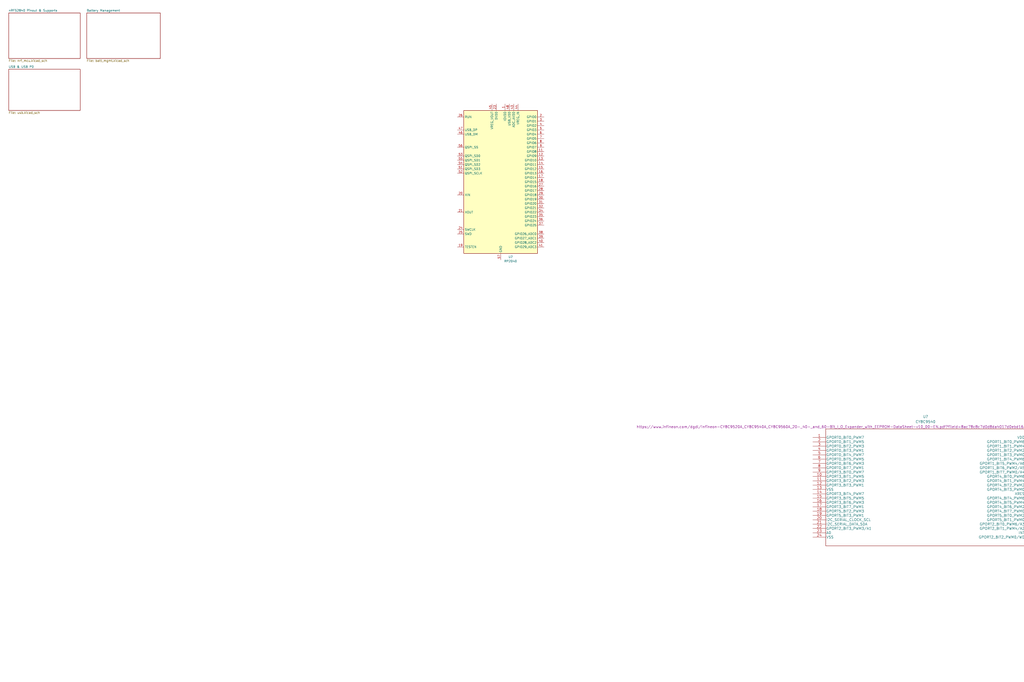
<source format=kicad_sch>
(kicad_sch (version 20211123) (generator eeschema)
  (paper "User" 599.999 399.999)
  (title_block (title "Keyboard") (date "2022-09-11") (rev "4.0.0") (company "Hein & Micl"))
  (lib_symbols
    (symbol "1.Logic.IO_Expanders:CY8C9540" (pin_names (offset 0.254))
      (property "Reference" "U" (at 66.04 10.16 0))
      (property "Value" "CY8C9540" (at 66.04 7.62 0))
      (property "Datasheet" "https://www.infineon.com/dgdl/Infineon-CY8C9520A_CY8C9540A_CY8C9560A_20-_40-_and_60-Bit_I_O_Expander_with_EEPROM-DataSheet-v10_00-EN.pdf?fileId=8ac78c8c7d0d8da4017d0ebd16ae2f29&utm_source=cypress&utm_medium=referral&utm_campaign=202110_globe_en_all_integr" (at 0 0 0))
      (symbol "CY8C9540_1_1"
        (polyline (pts (xy 7.62 -63.5) (xy 124.46 -63.5)) (stroke (width 0.2032)))
        (polyline (pts (xy 7.62 5.08) (xy 7.62 -63.5)) (stroke (width 0.2032)))
        (polyline (pts (xy 124.46 -63.5) (xy 124.46 5.08)) (stroke (width 0.2032)))
        (polyline (pts (xy 124.46 5.08) (xy 7.62 5.08)) (stroke (width 0.2032)))
        (pin unspecified line (at 0 0 0) (length 7.62) (name "GPORT0_BIT0_PWM7") (number "1"))
        (pin unspecified line (at 0 -22.86 0) (length 7.62) (name "GPORT3_BIT1_PWM5") (number "10"))
        (pin unspecified line (at 0 -25.4 0) (length 7.62) (name "GPORT3_BIT2_PWM3") (number "11"))
        (pin unspecified line (at 0 -27.94 0) (length 7.62) (name "GPORT3_BIT3_PWM1") (number "12"))
        (pin power_in line (at 0 -30.48 0) (length 7.62) (name "VSS") (number "13"))
        (pin unspecified line (at 0 -33.02 0) (length 7.62) (name "GPORT3_BIT4_PWM7") (number "14"))
        (pin unspecified line (at 0 -35.56 0) (length 7.62) (name "GPORT3_BIT5_PWM5") (number "15"))
        (pin unspecified line (at 0 -38.1 0) (length 7.62) (name "GPORT3_BIT6_PWM3") (number "16"))
        (pin unspecified line (at 0 -40.64 0) (length 7.62) (name "GPORT3_BIT7_PWM1") (number "17"))
        (pin unspecified line (at 0 -43.18 0) (length 7.62) (name "GPORT5_BIT2_PWM3") (number "18"))
        (pin unspecified line (at 0 -45.72 0) (length 7.62) (name "GPORT5_BIT3_PWM1") (number "19"))
        (pin unspecified line (at 0 -2.54 0) (length 7.62) (name "GPORT0_BIT1_PWM5") (number "2"))
        (pin unspecified line (at 0 -48.26 0) (length 7.62) (name "I2C_SERIAL_CLOCK_SCL") (number "20"))
        (pin unspecified line (at 0 -50.8 0) (length 7.62) (name "I2C_SERIAL_DATA_SDA") (number "21"))
        (pin unspecified line (at 0 -53.34 0) (length 7.62) (name "GPORT2_BIT3_PWM3/A1") (number "22"))
        (pin unspecified line (at 0 -55.88 0) (length 7.62) (name "A0") (number "23"))
        (pin power_in line (at 0 -58.42 0) (length 7.62) (name "VSS") (number "24"))
        (pin unspecified line (at 132.08 -58.42 180) (length 7.62) (name "GPORT2_BIT2_PWM0/WD") (number "25"))
        (pin unspecified line (at 132.08 -55.88 180) (length 7.62) (name "INT") (number "26"))
        (pin unspecified line (at 132.08 -53.34 180) (length 7.62) (name "GPORT2_BIT1_PWM4/A2") (number "27"))
        (pin unspecified line (at 132.08 -50.8 180) (length 7.62) (name "GPORT2_BIT0_PWM6/A3") (number "28"))
        (pin unspecified line (at 132.08 -48.26 180) (length 7.62) (name "GPORT5_BIT1_PWM0") (number "29"))
        (pin unspecified line (at 0 -5.08 0) (length 7.62) (name "GPORT0_BIT2_PWM3") (number "3"))
        (pin unspecified line (at 132.08 -45.72 180) (length 7.62) (name "GPORT5_BIT0_PWM2") (number "30"))
        (pin unspecified line (at 132.08 -43.18 180) (length 7.62) (name "GPORT4_BIT7_PWM0") (number "31"))
        (pin unspecified line (at 132.08 -40.64 180) (length 7.62) (name "GPORT4_BIT6_PWM2") (number "32"))
        (pin unspecified line (at 132.08 -38.1 180) (length 7.62) (name "GPORT4_BIT5_PWM4") (number "33"))
        (pin unspecified line (at 132.08 -35.56 180) (length 7.62) (name "GPORT4_BIT4_PWM6") (number "34"))
        (pin unspecified line (at 132.08 -33.02 180) (length 7.62) (name "XRES") (number "35"))
        (pin unspecified line (at 132.08 -30.48 180) (length 7.62) (name "GPORT4_BIT3_PWM0") (number "36"))
        (pin unspecified line (at 132.08 -27.94 180) (length 7.62) (name "GPORT4_BIT2_PWM2") (number "37"))
        (pin unspecified line (at 132.08 -25.4 180) (length 7.62) (name "GPORT4_BIT1_PWM4") (number "38"))
        (pin unspecified line (at 132.08 -22.86 180) (length 7.62) (name "GPORT4_BIT0_PWM6") (number "39"))
        (pin unspecified line (at 0 -7.62 0) (length 7.62) (name "GPORT0_BIT3_PWM1") (number "4"))
        (pin unspecified line (at 132.08 -20.32 180) (length 7.62) (name "GPORT1_BIT7_PWM0/A4") (number "40"))
        (pin unspecified line (at 132.08 -17.78 180) (length 7.62) (name "GPORT1_BIT6_PWM2/A5") (number "41"))
        (pin unspecified line (at 132.08 -15.24 180) (length 7.62) (name "GPORT1_BIT5_PWM4/A6") (number "42"))
        (pin unspecified line (at 132.08 -12.7 180) (length 7.62) (name "GPORT1_BIT4_PWM6") (number "43"))
        (pin unspecified line (at 132.08 -10.16 180) (length 7.62) (name "GPORT1_BIT3_PWM0") (number "44"))
        (pin unspecified line (at 132.08 -7.62 180) (length 7.62) (name "GPORT1_BIT2_PWM2") (number "45"))
        (pin unspecified line (at 132.08 -5.08 180) (length 7.62) (name "GPORT1_BIT1_PWM4") (number "46"))
        (pin unspecified line (at 132.08 -2.54 180) (length 7.62) (name "GPORT1_BIT0_PWM6") (number "47"))
        (pin power_in line (at 132.08 0 180) (length 7.62) (name "VDD") (number "48"))
        (pin unspecified line (at 0 -10.16 0) (length 7.62) (name "GPORT0_BIT4_PWM7") (number "5"))
        (pin unspecified line (at 0 -12.7 0) (length 7.62) (name "GPORT0_BIT5_PWM5") (number "6"))
        (pin unspecified line (at 0 -15.24 0) (length 7.62) (name "GPORT0_BIT6_PWM3") (number "7"))
        (pin unspecified line (at 0 -17.78 0) (length 7.62) (name "GPORT0_BIT7_PWM1") (number "8"))
        (pin unspecified line (at 0 -20.32 0) (length 7.62) (name "GPORT3_BIT0_PWM7") (number "9"))
      )
    )
    (symbol "MCU_RaspberryPi:RP2040"
      (property "Reference" "U" (at 17.78 45.72 0))
      (property "Value" "RP2040" (at 17.78 43.18 0))
      (symbol "RP2040_0_1"
        (rectangle (start -21.59 41.91) (end 21.59 -41.91) (stroke (width 0.254)) (fill (type background)))
      )
      (symbol "RP2040_1_1"
        (pin power_in line (at 2.54 45.72 270) (length 3.81) (name "IOVDD") (number "1"))
        (pin passive line (at 2.54 45.72 270) (length 3.81) hide (name "IOVDD") (number "10"))
        (pin bidirectional line (at 25.4 17.78 180) (length 3.81) (name "GPIO8") (number "11"))
        (pin bidirectional line (at 25.4 15.24 180) (length 3.81) (name "GPIO9") (number "12"))
        (pin bidirectional line (at 25.4 12.7 180) (length 3.81) (name "GPIO10") (number "13"))
        (pin bidirectional line (at 25.4 10.16 180) (length 3.81) (name "GPIO11") (number "14"))
        (pin bidirectional line (at 25.4 7.62 180) (length 3.81) (name "GPIO12") (number "15"))
        (pin bidirectional line (at 25.4 5.08 180) (length 3.81) (name "GPIO13") (number "16"))
        (pin bidirectional line (at 25.4 2.54 180) (length 3.81) (name "GPIO14") (number "17"))
        (pin bidirectional line (at 25.4 0 180) (length 3.81) (name "GPIO15") (number "18"))
        (pin input line (at -25.4 -38.1 0) (length 3.81) (name "TESTEN") (number "19"))
        (pin bidirectional line (at 25.4 38.1 180) (length 3.81) (name "GPIO0") (number "2"))
        (pin input line (at -25.4 -7.62 0) (length 3.81) (name "XIN") (number "20"))
        (pin passive line (at -25.4 -17.78 0) (length 3.81) (name "XOUT") (number "21"))
        (pin passive line (at 2.54 45.72 270) (length 3.81) hide (name "IOVDD") (number "22"))
        (pin power_in line (at -2.54 45.72 270) (length 3.81) (name "DVDD") (number "23"))
        (pin output line (at -25.4 -27.94 0) (length 3.81) (name "SWCLK") (number "24"))
        (pin bidirectional line (at -25.4 -30.48 0) (length 3.81) (name "SWD") (number "25"))
        (pin input line (at -25.4 38.1 0) (length 3.81) (name "RUN") (number "26"))
        (pin bidirectional line (at 25.4 -2.54 180) (length 3.81) (name "GPIO16") (number "27"))
        (pin bidirectional line (at 25.4 -5.08 180) (length 3.81) (name "GPIO17") (number "28"))
        (pin bidirectional line (at 25.4 -7.62 180) (length 3.81) (name "GPIO18") (number "29"))
        (pin bidirectional line (at 25.4 35.56 180) (length 3.81) (name "GPIO1") (number "3"))
        (pin bidirectional line (at 25.4 -10.16 180) (length 3.81) (name "GPIO19") (number "30"))
        (pin bidirectional line (at 25.4 -12.7 180) (length 3.81) (name "GPIO20") (number "31"))
        (pin bidirectional line (at 25.4 -15.24 180) (length 3.81) (name "GPIO21") (number "32"))
        (pin passive line (at 2.54 45.72 270) (length 3.81) hide (name "IOVDD") (number "33"))
        (pin bidirectional line (at 25.4 -17.78 180) (length 3.81) (name "GPIO22") (number "34"))
        (pin bidirectional line (at 25.4 -20.32 180) (length 3.81) (name "GPIO23") (number "35"))
        (pin bidirectional line (at 25.4 -22.86 180) (length 3.81) (name "GPIO24") (number "36"))
        (pin bidirectional line (at 25.4 -25.4 180) (length 3.81) (name "GPIO25") (number "37"))
        (pin bidirectional line (at 25.4 -30.48 180) (length 3.81) (name "GPIO26_ADC0") (number "38"))
        (pin bidirectional line (at 25.4 -33.02 180) (length 3.81) (name "GPIO27_ADC1") (number "39"))
        (pin bidirectional line (at 25.4 33.02 180) (length 3.81) (name "GPIO2") (number "4"))
        (pin bidirectional line (at 25.4 -35.56 180) (length 3.81) (name "GPIO28_ADC2") (number "40"))
        (pin bidirectional line (at 25.4 -38.1 180) (length 3.81) (name "GPIO29_ADC3") (number "41"))
        (pin passive line (at 2.54 45.72 270) (length 3.81) hide (name "IOVDD") (number "42"))
        (pin power_in line (at 7.62 45.72 270) (length 3.81) (name "ADC_AVDD") (number "43"))
        (pin power_in line (at 10.16 45.72 270) (length 3.81) (name "VREG_IN") (number "44"))
        (pin power_out line (at -5.08 45.72 270) (length 3.81) (name "VREG_VOUT") (number "45"))
        (pin bidirectional line (at -25.4 27.94 0) (length 3.81) (name "USB_DM") (number "46"))
        (pin bidirectional line (at -25.4 30.48 0) (length 3.81) (name "USB_DP") (number "47"))
        (pin power_in line (at 5.08 45.72 270) (length 3.81) (name "USB_VDD") (number "48"))
        (pin passive line (at 2.54 45.72 270) (length 3.81) hide (name "IOVDD") (number "49"))
        (pin bidirectional line (at 25.4 30.48 180) (length 3.81) (name "GPIO3") (number "5"))
        (pin passive line (at -2.54 45.72 270) (length 3.81) hide (name "DVDD") (number "50"))
        (pin bidirectional line (at -25.4 7.62 0) (length 3.81) (name "QSPI_SD3") (number "51"))
        (pin output line (at -25.4 5.08 0) (length 3.81) (name "QSPI_SCLK") (number "52"))
        (pin bidirectional line (at -25.4 15.24 0) (length 3.81) (name "QSPI_SD0") (number "53"))
        (pin bidirectional line (at -25.4 10.16 0) (length 3.81) (name "QSPI_SD2") (number "54"))
        (pin bidirectional line (at -25.4 12.7 0) (length 3.81) (name "QSPI_SD1") (number "55"))
        (pin bidirectional line (at -25.4 20.32 0) (length 3.81) (name "QSPI_SS") (number "56"))
        (pin power_in line (at 0 -45.72 90) (length 3.81) (name "GND") (number "57"))
        (pin bidirectional line (at 25.4 27.94 180) (length 3.81) (name "GPIO4") (number "6"))
        (pin bidirectional line (at 25.4 25.4 180) (length 3.81) (name "GPIO5") (number "7"))
        (pin bidirectional line (at 25.4 22.86 180) (length 3.81) (name "GPIO6") (number "8"))
        (pin bidirectional line (at 25.4 20.32 180) (length 3.81) (name "GPIO7") (number "9"))
      )
    )
  )
  (symbol (lib_id "1.Logic.IO_Expanders:CY8C9540") (at 476.25 256.54 0) (unit 1)
    (property "Reference" "U?" (at 542.29 244.2809 0) (effects (font (size 1.524 1.524))))
    (property "Value" "CY8C9540" (at 542.29 247.2743 0) (effects (font (size 1.524 1.524))))
    (property "Footprint" "1.Logic.IO_Expanders:CY8C9540A-24PVXI" (effects hide))
    (property "Datasheet" "https://www.infineon.com/dgdl/Infineon-CY8C9520A_CY8C9540A_CY8C9560A_20-_40-_and_60-Bit_I_O_Expander_with_EEPROM-DataSheet-v10_00-EN.pdf?fileId=8ac78c8c7d0d8da4017d0ebd16ae2f29&utm_source=cypress&utm_medium=referral&utm_campaign=202110_globe_en_all_integr" (at 542.29 250.2677 0) (effects (font (size 1.524 1.524))))
  )
  (symbol (lib_id "MCU_RaspberryPi:RP2040") (at 293.37 106.68 0) (unit 1)
    (property "Reference" "U?" (at 299.1578 150.6204 0))
    (property "Value" "RP2040" (at 299.1578 153.1573 0))
    (property "Footprint" "Package_DFN_QFN:QFN-56-1EP_7x7mm_P0.4mm_EP3.2x3.2mm" (effects hide))
    (property "Datasheet" "https://datasheets.raspberrypi.com/rp2040/rp2040-datasheet.pdf" (effects hide))
  )
  (sheet (at 50.8 7.62) (size 43.18 26.67) (stroke (width 0.1524))
    (property "Sheet name" "Battery Management" (at 50.8 6.9084 0) (effects (justify left bottom)))
    (property "Sheet file" "batt_mgmt.kicad_sch" (at 50.8 34.8746 0) (effects (justify left top)))
  )
  (sheet (at 5.08 40.64) (size 41.91 24.13) (stroke (width 0.1524))
    (property "Sheet name" "USB & USB PD" (at 5.08 39.9284 0) (effects (justify left bottom)))
    (property "Sheet file" "usb.kicad_sch" (at 5.08 65.3546 0) (effects (justify left top)))
  )
  (sheet (at 5.08 7.62) (size 41.91 26.67) (stroke (width 0.1524))
    (property "Sheet name" "nRF52840 Pinout & Supports" (at 5.08 6.9084 0) (effects (justify left bottom)))
    (property "Sheet file" "nrf_mcu.kicad_sch" (at 5.08 34.8746 0) (effects (justify left top)))
  )
)
</source>
